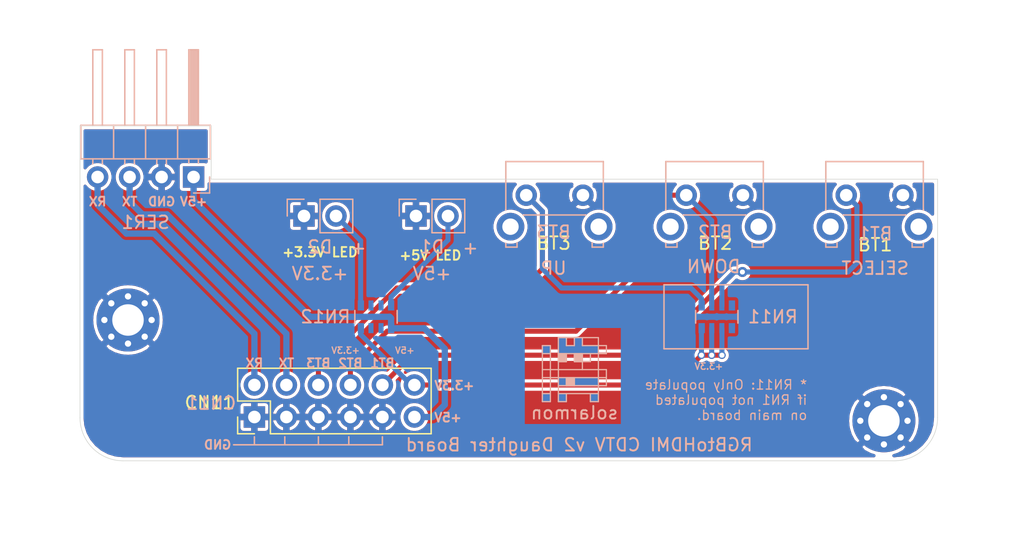
<source format=kicad_pcb>
(kicad_pcb (version 20211014) (generator pcbnew)
  (title_block (title "RGBtoHDMI CDTV Video Slot - Face Plate") (date "2021-10-22") (rev "1"))
  (layers (0 "F.Cu" signal) (31 "B.Cu" signal) (34 "B.Paste" user) (35 "F.Paste" user) (36 "B.SilkS" user "B.Silkscreen") (37 "F.SilkS" user "F.Silkscreen") (38 "B.Mask" user) (39 "F.Mask" user) (44 "Edge.Cuts" user))
  (net 0 "")
  (net 1 "GND")
  (net 2 "+3V3")
  (net 3 "+5V")
  (net 4 "GPIO15")
  (net 5 "GPIO14")
  (net 6 "GPIO19")
  (net 7 "GPIO26")
  (net 8 "GPIO16")
  (net 9 "Net-(D1-Pad2)")
  (net 10 "Net-(D2-Pad2)")
  (net 11 "Net-(RN11-Pad5)")
  (net 12 "Net-(RN11-Pad4)")
  (net 13 "Net-(RN12-Pad6)")
  (net 14 "Net-(RN12-Pad7)")
  (net 15 "Net-(RN12-Pad3)")
  (net 16 "Net-(RN12-Pad2)")
  (footprint "MountingHole:MountingHole_2.5mm_Pad_Via" (layer "F.Cu") (at 80 75)
    (fp_text reference "H1" hide)
    (fp_text value "MountingHole_Pad")
    (pad "1" thru_hole circle locked (at -1.875 0) (size 0.8 0.8) (drill 0.5) (layers *.Cu *.Mask) (net 1 "GND"))
    (pad "1" thru_hole circle locked (at 0 -1.875) (size 0.8 0.8) (drill 0.5) (layers *.Cu *.Mask) (net 1 "GND"))
    (pad "1" thru_hole circle locked (at 1.875 0) (size 0.8 0.8) (drill 0.5) (layers *.Cu *.Mask) (net 1 "GND"))
    (pad "1" thru_hole circle locked (at -1.325825 1.325825) (size 0.8 0.8) (drill 0.5) (layers *.Cu *.Mask) (net 1 "GND"))
    (pad "1" thru_hole circle locked (at 0 1.875) (size 0.8 0.8) (drill 0.5) (layers *.Cu *.Mask) (net 1 "GND"))
    (pad "1" thru_hole circle locked (at 1.325825 -1.325825) (size 0.8 0.8) (drill 0.5) (layers *.Cu *.Mask) (net 1 "GND"))
    (pad "1" thru_hole circle locked (at -1.325825 -1.325825) (size 0.8 0.8) (drill 0.5) (layers *.Cu *.Mask) (net 1 "GND"))
    (pad "1" thru_hole circle locked (at 0 0) (size 5 5) (drill 2.5) (layers *.Cu *.Mask) (net 1 "GND"))
    (pad "1" thru_hole circle locked (at 1.325825 1.325825) (size 0.8 0.8) (drill 0.5) (layers *.Cu *.Mask) (net 1 "GND"))
  )
  (footprint "MountingHole:MountingHole_2.5mm_Pad_Via" (layer "F.Cu") (at 140 83)
    (fp_text reference "H2" hide)
    (fp_text value "MountingHole_Pad")
    (pad "1" thru_hole circle locked (at 0 0) (size 5 5) (drill 2.5) (layers *.Cu *.Mask) (net 1 "GND"))
    (pad "1" thru_hole circle locked (at -1.875 0) (size 0.8 0.8) (drill 0.5) (layers *.Cu *.Mask) (net 1 "GND"))
    (pad "1" thru_hole circle locked (at 1.875 0) (size 0.8 0.8) (drill 0.5) (layers *.Cu *.Mask) (net 1 "GND"))
    (pad "1" thru_hole circle locked (at -1.325825 1.325825) (size 0.8 0.8) (drill 0.5) (layers *.Cu *.Mask) (net 1 "GND"))
    (pad "1" thru_hole circle locked (at 0 -1.875) (size 0.8 0.8) (drill 0.5) (layers *.Cu *.Mask) (net 1 "GND"))
    (pad "1" thru_hole circle locked (at -1.325825 -1.325825) (size 0.8 0.8) (drill 0.5) (layers *.Cu *.Mask) (net 1 "GND"))
    (pad "1" thru_hole circle locked (at 0 1.875) (size 0.8 0.8) (drill 0.5) (layers *.Cu *.Mask) (net 1 "GND"))
    (pad "1" thru_hole circle locked (at 1.325825 1.325825) (size 0.8 0.8) (drill 0.5) (layers *.Cu *.Mask) (net 1 "GND"))
    (pad "1" thru_hole circle locked (at 1.325825 -1.325825) (size 0.8 0.8) (drill 0.5) (layers *.Cu *.Mask) (net 1 "GND"))
  )
  (footprint "Connector_PinHeader_2.54mm:PinHeader_2x06_P2.54mm_Vertical" (layer "F.Cu") (at 90.033 82.7 90)
    (fp_text reference "CN11" (at 1.143 -3.556 180) (layer "F.SilkS"))
    (fp_text value "Conn_02x06_Odd_Even")
    (fp_line (start -1.33 14.03) (end 3.87 14.03) (layer "F.SilkS") (width 0.12))
    (fp_line (start 1.27 -1.33) (end 3.87 -1.33) (layer "F.SilkS") (width 0.12))
    (fp_line (start -1.33 1.27) (end 1.27 1.27) (layer "F.SilkS") (width 0.12))
    (fp_line (start -1.33 0) (end -1.33 -1.33) (layer "F.SilkS") (width 0.12))
    (fp_line (start 1.27 1.27) (end 1.27 -1.33) (layer "F.SilkS") (width 0.12))
    (fp_line (start -1.33 -1.33) (end 0 -1.33) (layer "F.SilkS") (width 0.12))
    (fp_line (start 3.87 -1.33) (end 3.87 14.03) (layer "F.SilkS") (width 0.12))
    (fp_line (start -1.33 1.27) (end -1.33 14.03) (layer "F.SilkS") (width 0.12))
    (pad "1" thru_hole rect locked (at 0 0 90) (size 1.7 1.7) (drill 1) (layers *.Cu *.Mask) (net 1 "GND"))
    (pad "2" thru_hole oval locked (at 2.54 0 90) (size 1.7 1.7) (drill 1) (layers *.Cu *.Mask) (net 4 "GPIO15"))
    (pad "3" thru_hole oval locked (at 0 2.54 90) (size 1.7 1.7) (drill 1) (layers *.Cu *.Mask) (net 1 "GND"))
    (pad "4" thru_hole oval locked (at 2.54 2.54 90) (size 1.7 1.7) (drill 1) (layers *.Cu *.Mask) (net 5 "GPIO14"))
    (pad "5" thru_hole oval locked (at 0 5.08 90) (size 1.7 1.7) (drill 1) (layers *.Cu *.Mask) (net 1 "GND"))
    (pad "6" thru_hole oval locked (at 2.54 5.08 90) (size 1.7 1.7) (drill 1) (layers *.Cu *.Mask) (net 6 "GPIO19"))
    (pad "7" thru_hole oval locked (at 0 7.62 90) (size 1.7 1.7) (drill 1) (layers *.Cu *.Mask) (net 1 "GND"))
    (pad "8" thru_hole oval locked (at 2.54 7.62 90) (size 1.7 1.7) (drill 1) (layers *.Cu *.Mask) (net 7 "GPIO26"))
    (pad "9" thru_hole oval locked (at 0 10.16 90) (size 1.7 1.7) (drill 1) (layers *.Cu *.Mask) (net 1 "GND"))
    (pad "10" thru_hole oval locked (at 2.54 10.16 90) (size 1.7 1.7) (drill 1) (layers *.Cu *.Mask) (net 8 "GPIO16"))
    (pad "11" thru_hole oval locked (at 0 12.7 90) (size 1.7 1.7) (drill 1) (layers *.Cu *.Mask) (net 3 "+5V"))
    (pad "12" thru_hole oval locked (at 2.54 12.7 90) (size 1.7 1.7) (drill 1) (layers *.Cu *.Mask) (net 2 "+3V3"))
  )
  (footprint "solarmon_library:solarmon-logo-25mils" (layer "B.Cu") (at 115.433 79.572 180)
    (fp_text reference "solarmon1")
    (fp_text value "solarmon_logo")
    (fp_poly (pts (xy -1.27 -0.635) (xy -1.905 -0.635) (xy -1.905 0) (xy -1.27 0)) (layer "B.Cu") (width 0.1) (fill solid))
    (fp_poly (pts (xy 2.54 -1.905) (xy 1.905 -1.905) (xy 1.905 -1.27) (xy 2.54 -1.27)) (layer "B.Cu") (width 0.1) (fill solid))
    (fp_poly (pts (xy -0.635 1.905) (xy -1.27 1.905) (xy -1.27 2.54) (xy -0.635 2.54)) (layer "B.Cu") (width 0.1) (fill solid))
    (fp_poly (pts (xy 0 -0.635) (xy -0.635 -0.635) (xy -0.635 0) (xy 0 0)) (layer "B.Cu") (width 0.1) (fill solid))
    (fp_poly (pts (xy 1.27 2.54) (xy 0.635 2.54) (xy 0.635 3.175) (xy 1.27 3.175)) (layer "B.Cu") (width 0.1) (fill solid))
    (fp_poly (pts (xy 0 2.54) (xy -0.635 2.54) (xy -0.635 3.175) (xy 0 3.175)) (layer "B.Cu") (width 0.1) (fill solid))
    (fp_poly (pts (xy 1.27 -1.905) (xy 0.635 -1.905) (xy 0.635 -1.27) (xy 1.27 -1.27)) (layer "B.Cu") (width 0.1) (fill solid))
    (fp_poly (pts (xy 0.635 1.905) (xy 0 1.905) (xy 0 2.54) (xy 0.635 2.54)) (layer "B.Cu") (width 0.1) (fill solid))
    (fp_poly (pts (xy 1.27 -0.635) (xy 0.635 -0.635) (xy 0.635 0) (xy 1.27 0)) (layer "B.Cu") (width 0.1) (fill solid))
    (fp_poly (pts (xy 2.54 1.905) (xy 1.905 1.905) (xy 1.905 2.54) (xy 2.54 2.54)) (layer "B.Cu") (width 0.1) (fill solid))
    (fp_poly (pts (xy -1.27 -1.905) (xy -1.905 -1.905) (xy -1.905 -1.27) (xy -1.27 -1.27)) (layer "B.Cu") (width 0.1) (fill solid))
    (fp_poly (pts (xy 1.27 1.905) (xy 0.635 1.905) (xy 0.635 2.54) (xy 1.27 2.54)) (layer "B.Cu") (width 0.1) (fill solid))
    (fp_poly (pts (xy -1.27 1.905) (xy -1.905 1.905) (xy -1.905 2.54) (xy -1.27 2.54)) (layer "B.Cu") (width 0.1) (fill solid))
    (fp_poly (pts (xy -0.635 -0.635) (xy -1.27 -0.635) (xy -1.27 0) (xy -0.635 0)) (layer "B.Cu") (width 0.1) (fill solid))
    (fp_poly (pts (xy 0 1.905) (xy -0.635 1.905) (xy -0.635 2.54) (xy 0 2.54)) (layer "B.Cu") (width 0.1) (fill solid))
    (fp_line (start 2.54 2.54) (end 2.54 -1.905) (layer "B.SilkS") (width 0.1))
    (fp_line (start 1.905 -1.27) (end 2.54 -1.27) (layer "B.SilkS") (width 0.1))
    (fp_line (start 0.635 1.905) (end 0.635 1.27) (layer "B.SilkS") (width 0.1))
    (fp_line (start 0.635 0) (end 0.635 -0.635) (layer "B.SilkS") (width 0.1))
    (fp_line (start -2.54 2.54) (end -0.635 2.54) (layer "B.SilkS") (width 0.1))
    (fp_line (start 0 3.175) (end 0 2.54) (layer "B.SilkS") (width 0.1))
    (fp_line (start -0.635 1.905) (end -0.635 0.635) (layer "B.SilkS") (width 0.1))
    (fp_line (start -2.54 -0.635) (end 1.27 -0.635) (layer "B.SilkS") (width 0.1))
    (fp_line (start -2.54 1.905) (end -2.54 2.54) (layer "B.SilkS") (width 0.1))
    (fp_line (start -2.54 0.635) (end 2.54 0.635) (layer "B.SilkS") (width 0.1))
    (fp_line (start 0.635 3.175) (end 0.635 2.54) (layer "B.SilkS") (width 0.1))
    (fp_line (start -1.27 1.905) (end -1.27 1.27) (layer "B.SilkS") (width 0.1))
    (fp_line (start 0 1.905) (end 0 1.27) (layer "B.SilkS") (width 0.1))
    (fp_line (start 0.635 -1.27) (end 0.635 -1.905) (layer "B.SilkS") (width 0.1))
    (fp_line (start 0.635 1.27) (end 1.27 1.27) (layer "B.SilkS") (width 0.1))
    (fp_line (start 1.905 2.54) (end 2.54 2.54) (layer "B.SilkS") (width 0.1))
    (fp_line (start 1.905 1.905) (end 2.54 1.905) (layer "B.SilkS") (width 0.1))
    (fp_line (start -0.635 3.175) (end -0.635 2.54) (layer "B.SilkS") (width 0.1))
    (fp_line (start -1.27 -1.27) (end -1.27 -1.905) (layer "B.SilkS") (width 0.1))
    (fp_line (start 0 0) (end 0 -0.635) (layer "B.SilkS") (width 0.1))
    (fp_line (start -1.905 3.175) (end 1.27 3.175) (layer "B.SilkS") (width 0.1))
    (fp_line (start -2.54 -0.635) (end -2.54 0.635) (layer "B.SilkS") (width 0.1))
    (fp_line (start 0.635 -1.905) (end 1.27 -1.905) (layer "B.SilkS") (width 0.1))
    (fp_line (start -1.905 3.175) (end -1.905 -1.905) (layer "B.SilkS") (width 0.1))
    (fp_line (start -1.905 -1.27) (end 1.27 -1.27) (layer "B.SilkS") (width 0.1))
    (fp_line (start 1.905 -1.905) (end 2.54 -1.905) (layer "B.SilkS") (width 0.1))
    (fp_line (start -1.905 -1.905) (end -1.27 -1.905) (layer "B.SilkS") (width 0.1))
    (fp_line (start 0 2.54) (end 0.635 2.54) (layer "B.SilkS") (width 0.1))
    (fp_line (start 1.905 2.54) (end 1.905 -1.905) (layer "B.SilkS") (width 0.1))
    (fp_line (start 1.27 3.175) (end 1.27 -1.905) (layer "B.SilkS") (width 0.1))
    (fp_line (start -1.27 1.27) (end 0 1.27) (layer "B.SilkS") (width 0.1))
    (fp_line (start 1.27 1.905) (end -2.54 1.905) (layer "B.SilkS") (width 0.1))
    (fp_line (start -2.54 0) (end 2.54 0) (layer "B.SilkS") (width 0.1))
    (fp_poly (pts (xy 0.635 -0.635) (xy 0 -0.635) (xy 0 0) (xy 0.635 0)) (layer "B.SilkS") (width 0.1) (fill solid))
    (fp_poly (pts (xy 0 1.27) (xy -0.635 1.27) (xy -0.635 1.905) (xy 0 1.905)) (layer "B.SilkS") (width 0.1) (fill solid))
    (fp_poly (pts (xy 1.27 1.27) (xy 0.635 1.27) (xy 0.635 1.905) (xy 1.27 1.905)) (layer "B.SilkS") (width 0.1) (fill solid))
  )
  (footprint "Button_Switch_THT:SW_Tactile_SKHH_Angled" (layer "B.Cu") (at 116.11 65.094 180)
    (fp_text reference "BT3" (at 2.328 -2.9402) (layer "B.SilkS") (effects (justify mirror)))
    (fp_text value "SW_Push")
    (fp_line (start 6.12 -4.12) (end 5.23 -4.12) (layer "B.SilkS") (width 0.12))
    (fp_line (start 6.12 -1.18) (end 6.12 2.67) (layer "B.SilkS") (width 0.12))
    (fp_line (start 6.12 -3.82) (end 6.12 -4.12) (layer "B.SilkS") (width 0.12))
    (fp_line (start -0.24 -1.57) (end 4.74 -1.57) (layer "B.SilkS") (width 0.12))
    (fp_line (start -1.62 2.67) (end -1.62 -1.18) (layer "B.SilkS") (width 0.12))
    (fp_line (start -0.73 -4.12) (end -0.73 -3.77) (layer "B.SilkS") (width 0.12))
    (fp_line (start 6.12 2.67) (end -1.62 2.67) (layer "B.SilkS") (width 0.12))
    (fp_line (start -0.73 -4.12) (end -1.62 -4.12) (layer "B.SilkS") (width 0.12))
    (fp_line (start 5.23 -4.12) (end 5.23 -3.77) (layer "B.SilkS") (width 0.12))
    (fp_line (start -1.62 -3.82) (end -1.62 -4.12) (layer "B.SilkS") (width 0.12))
    (pad "" thru_hole circle locked (at 5.75 -2.5) (size 2.2 2.2) (drill 1.3) (layers *.Cu *.Mask))
    (pad "" thru_hole circle locked (at -1.25 -2.5) (size 2.2 2.2) (drill 1.3) (layers *.Cu *.Mask))
    (pad "1" thru_hole circle locked (at 0 0) (size 1.7 1.7) (drill 1) (layers *.Cu *.Mask) (net 1 "GND"))
    (pad "2" thru_hole circle locked (at 4.5 0) (size 1.7 1.7) (drill 1) (layers *.Cu *.Mask) (net 6 "GPIO19"))
  )
  (footprint "Button_Switch_THT:SW_Tactile_SKHH_Angled" (layer "B.Cu") (at 128.81 65.094 180)
    (fp_text reference "BT2" (at 2.201 -2.9402) (layer "B.SilkS") (effects (justify mirror)))
    (fp_text value "SW_Push")
    (fp_line (start 6.12 -4.12) (end 5.23 -4.12) (layer "B.SilkS") (width 0.12))
    (fp_line (start -0.73 -4.12) (end -0.73 -3.77) (layer "B.SilkS") (width 0.12))
    (fp_line (start -0.24 -1.57) (end 4.74 -1.57) (layer "B.SilkS") (width 0.12))
    (fp_line (start 6.12 2.67) (end -1.62 2.67) (layer "B.SilkS") (width 0.12))
    (fp_line (start -1.62 -3.82) (end -1.62 -4.12) (layer "B.SilkS") (width 0.12))
    (fp_line (start -1.62 2.67) (end -1.62 -1.18) (layer "B.SilkS") (width 0.12))
    (fp_line (start 6.12 -1.18) (end 6.12 2.67) (layer "B.SilkS") (width 0.12))
    (fp_line (start 6.12 -3.82) (end 6.12 -4.12) (layer "B.SilkS") (width 0.12))
    (fp_line (start 5.23 -4.12) (end 5.23 -3.77) (layer "B.SilkS") (width 0.12))
    (fp_line (start -0.73 -4.12) (end -1.62 -4.12) (layer "B.SilkS") (width 0.12))
    (pad "" thru_hole circle locked (at -1.25 -2.5) (size 2.2 2.2) (drill 1.3) (layers *.Cu *.Mask))
    (pad "" thru_hole circle locked (at 5.75 -2.5) (size 2.2 2.2) (drill 1.3) (layers *.Cu *.Mask))
    (pad "1" thru_hole circle locked (at 0 0) (size 1.7 1.7) (drill 1) (layers *.Cu *.Mask) (net 1 "GND"))
    (pad "2" thru_hole circle locked (at 4.5 0) (size 1.7 1.7) (drill 1) (layers *.Cu *.Mask) (net 7 "GPIO26"))
  )
  (footprint "Button_Switch_THT:SW_Tactile_SKHH_Angled" (layer "B.Cu") (at 141.51 65.094 180)
    (fp_text reference "BT1" (at 2.201 -3.0672) (layer "B.SilkS") (effects (justify mirror)))
    (fp_text value "SW_Push")
    (fp_line (start -0.73 -4.12) (end -0.73 -3.77) (layer "B.SilkS") (width 0.12))
    (fp_line (start -1.62 -3.82) (end -1.62 -4.12) (layer "B.SilkS") (width 0.12))
    (fp_line (start 6.12 2.67) (end -1.62 2.67) (layer "B.SilkS") (width 0.12))
    (fp_line (start -0.24 -1.57) (end 4.74 -1.57) (layer "B.SilkS") (width 0.12))
    (fp_line (start 6.12 -4.12) (end 5.23 -4.12) (layer "B.SilkS") (width 0.12))
    (fp_line (start 6.12 -1.18) (end 6.12 2.67) (layer "B.SilkS") (width 0.12))
    (fp_line (start 5.23 -4.12) (end 5.23 -3.77) (layer "B.SilkS") (width 0.12))
    (fp_line (start 6.12 -3.82) (end 6.12 -4.12) (layer "B.SilkS") (width 0.12))
    (fp_line (start -0.73 -4.12) (end -1.62 -4.12) (layer "B.SilkS") (width 0.12))
    (fp_line (start -1.62 2.67) (end -1.62 -1.18) (layer "B.SilkS") (width 0.12))
    (pad "" thru_hole circle locked (at -1.25 -2.5) (size 2.2 2.2) (drill 1.3) (layers *.Cu *.Mask))
    (pad "" thru_hole circle locked (at 5.75 -2.5) (size 2.2 2.2) (drill 1.3) (layers *.Cu *.Mask))
    (pad "1" thru_hole circle locked (at 0 0) (size 1.7 1.7) (drill 1) (layers *.Cu *.Mask) (net 1 "GND"))
    (pad "2" thru_hole circle locked (at 4.5 0) (size 1.7 1.7) (drill 1) (layers *.Cu *.Mask) (net 8 "GPIO16"))
  )
  (footprint "Connector_PinHeader_2.54mm:PinHeader_1x04_P2.54mm_Horizontal" (layer "B.Cu") (at 85.207 63.65 90)
    (fp_text reference "SER1" (at -3.603 -3.81) (layer "B.SilkS") (effects (justify mirror)))
    (fp_text value "Conn_01x04")
    (fp_line (start 1.44 1.33) (end 1.44 -8.95) (layer "B.SilkS") (width 0.12))
    (fp_line (start 1.042929 -5.46) (end 1.44 -5.46) (layer "B.SilkS") (width 0.12))
    (fp_line (start 4.1 0.32) (end 10.1 0.32) (layer "B.SilkS") (width 0.12))
    (fp_line (start 1.042929 -2.16) (end 1.44 -2.16) (layer "B.SilkS") (width 0.12))
    (fp_line (start 1.44 -1.27) (end 4.1 -1.27) (layer "B.SilkS") (width 0.12))
    (fp_line (start 4.1 -0.28) (end 10.1 -0.28) (layer "B.SilkS") (width 0.12))
    (fp_line (start 4.1 -7.24) (end 10.1 -7.24) (layer "B.SilkS") (width 0.12))
    (fp_line (start 4.1 1.33) (end 1.44 1.33) (layer "B.SilkS") (width 0.12))
    (fp_line (start 4.1 0.2) (end 10.1 0.2) (layer "B.SilkS") (width 0.12))
    (fp_line (start 1.44 -8.95) (end 4.1 -8.95) (layer "B.SilkS") (width 0.12))
    (fp_line (start 10.1 -5.46) (end 4.1 -5.46) (layer "B.SilkS") (width 0.12))
    (fp_line (start 4.1 0.38) (end 10.1 0.38) (layer "B.SilkS") (width 0.12))
    (fp_line (start 10.1 0.38) (end 10.1 -0.38) (layer "B.SilkS") (width 0.12))
    (fp_line (start 1.042929 -2.92) (end 1.44 -2.92) (layer "B.SilkS") (width 0.12))
    (fp_line (start 4.1 -2.16) (end 10.1 -2.16) (layer "B.SilkS") (width 0.12))
    (fp_line (start 4.1 -0.16) (end 10.1 -0.16) (layer "B.SilkS") (width 0.12))
    (fp_line (start 10.1 -8) (end 4.1 -8) (layer "B.SilkS") (width 0.12))
    (fp_line (start 1.44 -3.81) (end 4.1 -3.81) (layer "B.SilkS") (width 0.12))
    (fp_line (start 1.11 -0.38) (end 1.44 -0.38) (layer "B.SilkS") (width 0.12))
    (fp_line (start 4.1 0.08) (end 10.1 0.08) (layer "B.SilkS") (width 0.12))
    (fp_line (start 4.1 -8.95) (end 4.1 1.33) (layer "B.SilkS") (width 0.12))
    (fp_line (start 10.1 -7.24) (end 10.1 -8) (layer "B.SilkS") (width 0.12))
    (fp_line (start 10.1 -4.7) (end 10.1 -5.46) (layer "B.SilkS") (width 0.12))
    (fp_line (start 1.44 -6.35) (end 4.1 -6.35) (layer "B.SilkS") (width 0.12))
    (fp_line (start 1.11 0.38) (end 1.44 0.38) (layer "B.SilkS") (width 0.12))
    (fp_line (start 10.1 -0.38) (end 4.1 -0.38) (layer "B.SilkS") (width 0.12))
    (fp_line (start -1.27 0) (end -1.27 1.27) (layer "B.SilkS") (width 0.12))
    (fp_line (start 10.1 -2.92) (end 4.1 -2.92) (layer "B.SilkS") (width 0.12))
    (fp_line (start 1.042929 -7.24) (end 1.44 -7.24) (layer "B.SilkS") (width 0.12))
    (fp_line (start 10.1 -2.16) (end 10.1 -2.92) (layer "B.SilkS") (width 0.12))
    (fp_line (start 1.042929 -8) (end 1.44 -8) (layer "B.SilkS") (width 0.12))
    (fp_line (start -1.27 1.27) (end 0 1.27) (layer "B.SilkS") (width 0.12))
    (fp_line (start 1.042929 -4.7) (end 1.44 -4.7) (layer "B.SilkS") (width 0.12))
    (fp_line (start 4.1 -0.04) (end 10.1 -0.04) (layer "B.SilkS") (width 0.12))
    (fp_line (start 4.1 -4.7) (end 10.1 -4.7) (layer "B.SilkS") (width 0.12))
    (pad "1" thru_hole rect locked (at 0 0 90) (size 1.7 1.7) (drill 1) (layers *.Cu *.Mask) (net 3 "+5V"))
    (pad "2" thru_hole oval locked (at 0 -2.54 90) (size 1.7 1.7) (drill 1) (layers *.Cu *.Mask) (net 1 "GND"))
    (pad "3" thru_hole oval locked (at 0 -5.08 90) (size 1.7 1.7) (drill 1) (layers *.Cu *.Mask) (net 5 "GPIO14"))
    (pad "4" thru_hole oval locked (at 0 -7.62 90) (size 1.7 1.7) (drill 1) (layers *.Cu *.Mask) (net 4 "GPIO15"))
  )
  (footprint "Connector_PinHeader_2.54mm:PinHeader_1x02_P2.54mm_Vertical" (layer "B.Cu") (at 102.86 66.745 -90)
    (fp_text reference "D1" (at 2.46 -1.27 180) (layer "B.SilkS") (effects (justify mirror)))
    (fp_text value "LED")
    (fp_line (start 1.33 -1.27) (end 1.33 -3.87) (layer "B.SilkS") (width 0.12))
    (fp_line (start -1.33 -1.27) (end 1.33 -1.27) (layer "B.SilkS") (width 0.12))
    (fp_line (start -1.33 -1.27) (end -1.33 -3.87) (layer "B.SilkS") (width 0.12))
    (fp_line (start -1.33 -3.87) (end 1.33 -3.87) (layer "B.SilkS") (width 0.12))
    (fp_line (start -1.33 0) (end -1.33 1.33) (layer "B.SilkS") (width 0.12))
    (fp_line (start -1.33 1.33) (end 0 1.33) (layer "B.SilkS") (width 0.12))
    (pad "1" thru_hole rect locked (at 0 0 270) (size 1.7 1.7) (drill 1) (layers *.Cu *.Mask) (net 1 "GND"))
    (pad "2" thru_hole oval locked (at 0 -2.54 270) (size 1.7 1.7) (drill 1) (layers *.Cu *.Mask) (net 9 "Net-(D1-Pad2)"))
  )
  (footprint "Connector_PinHeader_2.54mm:PinHeader_1x02_P2.54mm_Vertical" (layer "B.Cu") (at 93.97 66.745 -90)
    (fp_text reference "D2" (at 2.46 -1.27) (layer "B.SilkS") (effects (justify mirror)))
    (fp_text value "LED")
    (fp_line (start -1.33 -3.87) (end 1.33 -3.87) (layer "B.SilkS") (width 0.12))
    (fp_line (start -1.33 -1.27) (end 1.33 -1.27) (layer "B.SilkS") (width 0.12))
    (fp_line (start 1.33 -1.27) (end 1.33 -3.87) (layer "B.SilkS") (width 0.12))
    (fp_line (start -1.33 0) (end -1.33 1.33) (layer "B.SilkS") (width 0.12))
    (fp_line (start -1.33 1.33) (end 0 1.33) (layer "B.SilkS") (width 0.12))
    (fp_line (start -1.33 -1.27) (end -1.33 -3.87) (layer "B.SilkS") (width 0.12))
    (pad "1" thru_hole rect locked (at 0 0 270) (size 1.7 1.7) (drill 1) (layers *.Cu *.Mask) (net 1 "GND"))
    (pad "2" thru_hole oval locked (at 0 -2.54 270) (size 1.7 1.7) (drill 1) (layers *.Cu *.Mask) (net 10 "Net-(D2-Pad2)"))
  )
  (footprint "Resistor_SMD:R_Array_Convex_4x0603" (layer "B.Cu") (at 99.685 74.746 90)
    (fp_text reference "RN12" (at 0 -4.0132) (layer "B.SilkS") (effects (justify mirror)))
    (fp_text value "4K7")
    (fp_line (start 0.5 1.68) (end -0.5 1.68) (layer "B.SilkS") (width 0.12))
    (fp_line (start 0.5 -1.68) (end -0.5 -1.68) (layer "B.SilkS") (width 0.12))
    (pad "1" smd rect locked (at -0.9 1.2 90) (size 0.8 0.5) (layers "B.Cu" "B.Paste" "B.Mask") (net 3 "+5V"))
    (pad "2" smd rect locked (at -0.9 0.4 90) (size 0.8 0.4) (layers "B.Cu" "B.Paste" "B.Mask") (net 16 "Net-(RN12-Pad2)"))
    (pad "3" smd rect locked (at -0.9 -0.4 90) (size 0.8 0.4) (layers "B.Cu" "B.Paste" "B.Mask") (net 15 "Net-(RN12-Pad3)"))
    (pad "4" smd rect locked (at -0.9 -1.2 90) (size 0.8 0.5) (layers "B.Cu" "B.Paste" "B.Mask") (net 2 "+3V3"))
    (pad "5" smd rect locked (at 0.9 -1.2 90) (size 0.8 0.5) (layers "B.Cu" "B.Paste" "B.Mask") (net 10 "Net-(D2-Pad2)"))
    (pad "6" smd rect locked (at 0.9 -0.4 90) (size 0.8 0.4) (layers "B.Cu" "B.Paste" "B.Mask") (net 13 "Net-(RN12-Pad6)"))
    (pad "7" smd rect locked (at 0.9 0.4 90) (size 0.8 0.4) (layers "B.Cu" "B.Paste" "B.Mask") (net 14 "Net-(RN12-Pad7)"))
    (pad "8" smd rect locked (at 0.9 1.2 90) (size 0.8 0.5) (layers "B.Cu" "B.Paste" "B.Mask") (net 9 "Net-(D1-Pad2)"))
  )
  (footprint "Resistor_SMD:R_Array_Convex_4x0603" (layer "B.Cu") (at 126.736 74.746 -90)
    (fp_text reference "RN11" (at 0 -4.445) (layer "B.SilkS") (effects (justify mirror)))
    (fp_text value "4K7")
    (fp_line (start 0.5 1.68) (end -0.5 1.68) (layer "B.SilkS") (width 0.12))
    (fp_line (start 0.5 -1.68) (end -0.5 -1.68) (layer "B.SilkS") (width 0.12))
    (pad "1" smd rect locked (at -0.9 1.2 270) (size 0.8 0.5) (layers "B.Cu" "B.Paste" "B.Mask") (net 6 "GPIO19"))
    (pad "2" smd rect locked (at -0.9 0.4 270) (size 0.8 0.4) (layers "B.Cu" "B.Paste" "B.Mask") (net 7 "GPIO26"))
    (pad "3" smd rect locked (at -0.9 -0.4 270) (size 0.8 0.4) (layers "B.Cu" "B.Paste" "B.Mask") (net 8 "GPIO16"))
    (pad "4" smd rect locked (at -0.9 -1.2 270) (size 0.8 0.5) (layers "B.Cu" "B.Paste" "B.Mask") (net 12 "Net-(RN11-Pad4)"))
    (pad "5" smd rect locked (at 0.9 -1.2 270) (size 0.8 0.5) (layers "B.Cu" "B.Paste" "B.Mask") (net 11 "Net-(RN11-Pad5)"))
    (pad "6" smd rect locked (at 0.9 -0.4 270) (size 0.8 0.4) (layers "B.Cu" "B.Paste" "B.Mask") (net 2 "+3V3"))
    (pad "7" smd rect locked (at 0.9 0.4 270) (size 0.8 0.4) (layers "B.Cu" "B.Paste" "B.Mask") (net 2 "+3V3"))
    (pad "8" smd rect locked (at 0.9 1.2 270) (size 0.8 0.5) (layers "B.Cu" "B.Paste" "B.Mask") (net 2 "+3V3"))
  )
  (gr_line (start 122.545 77.286) (end 122.545 72.206) (layer "B.SilkS") (width 0.12))
  (gr_line (start 90.033 84.906) (end 90.033 84.271) (layer "B.SilkS") (width 0.12))
  (gr_line (start 95.113 84.906) (end 95.113 84.271) (layer "B.SilkS") (width 0.12))
  (gr_line (start 100.193 84.906) (end 100.193 84.271) (layer "B.SilkS") (width 0.12))
  (gr_line (start 97.526 84.906) (end 97.526 84.271) (layer "B.SilkS") (width 0.12))
  (gr_line (start 122.545 72.206) (end 133.975 72.206) (layer "B.SilkS") (width 0.12))
  (gr_line (start 92.446 84.906) (end 92.446 84.271) (layer "B.SilkS") (width 0.12))
  (gr_line (start 88.382 84.906) (end 100.193 84.906) (layer "B.SilkS") (width 0.12))
  (gr_line (start 133.975 77.286) (end 122.545 77.286) (layer "B.SilkS") (width 0.12))
  (gr_line (start 133.975 72.206) (end 133.975 77.286) (layer "B.SilkS") (width 0.12))
  (gr_line (start 76.19 82.747) (end 76.19 59.586) (layer "Edge.Cuts") (width 0.05))
  (gr_arc (start 79.619 86.176) (mid 77.194331 85.171669) (end 76.19 82.747) (layer "Edge.Cuts") (width 0.05))
  (gr_line (start 86.604 63.824) (end 144.262 63.824) (layer "Edge.Cuts") (width 0.05))
  (gr_line (start 76.19 59.586) (end 86.604 59.586) (layer "Edge.Cuts") (width 0.05))
  (gr_arc (start 144.262 82.747) (mid 143.257669 85.171669) (end 140.833 86.176) (layer "Edge.Cuts") (width 0.05))
  (gr_line (start 86.604 59.586) (end 86.604 63.824) (layer "Edge.Cuts") (width 0.05))
  (gr_line (start 144.262 63.824) (end 144.262 82.747) (layer "Edge.Cuts") (width 0.05))
  (gr_line (start 140.833 86.176) (end 79.619 86.176) (layer "Edge.Cuts") (width 0.05))
  (gr_text "SELECT" (at 139.309 70.889) (layer "B.SilkS") (effects (font (size 1 1)) (justify mirror)))
  (gr_text "DOWN" (at 126.482 70.762) (layer "B.SilkS") (effects (font (size 1 1)) (justify mirror)))
  (gr_text "UP" (at 113.782 70.889) (layer "B.SilkS") (effects (font (size 1 1)) (justify mirror)))
  (gr_text "RGBtoHDMI CDTV v2 Daughter Board" (at 115.814 84.906) (layer "B.SilkS") (effects (font (size 1 1)) (justify mirror)))
  (gr_text "+" (at 107.178 69.412 180) (layer "B.SilkS") (effects (font (size 1 1)) (justify mirror)))
  (gr_text "+" (at 98.288 69.412 180) (layer "B.SilkS") (effects (font (size 1 1)) (justify mirror)))
  (gr_text "+3.3V" (at 95.24 71.317) (layer "B.SilkS") (effects (font (size 1 1)) (justify mirror)))
  (gr_text "+5V" (at 104.13 71.317) (layer "B.SilkS") (effects (font (size 1 1)) (justify mirror)))
  (gr_text "+3.3V" (at 105.908 80.207) (layer "B.SilkS") (effects (font (size 0.7 0.7)) (justify mirror)))
  (gr_text "+5V" (at 105.4 82.747) (layer "B.SilkS") (effects (font (size 0.7 0.7)) (justify mirror)))
  (gr_text "GND" (at 87.112 84.906) (layer "B.SilkS") (effects (font (size 0.7 0.7)) (justify mirror)))
  (gr_text "BT1" (at 100.193 78.429) (layer "B.SilkS") (effects (font (size 0.7 0.7)) (justify mirror)))
  (gr_text "BT2" (at 97.653 78.429) (layer "B.SilkS") (effects (font (size 0.7 0.7)) (justify mirror)))
  (gr_text "BT3" (at 95.113 78.429) (layer "B.SilkS") (effects (font (size 0.7 0.7)) (justify mirror)))
  (gr_text "RX" (at 90.033 78.429) (layer "B.SilkS") (effects (font (size 0.7 0.7)) (justify mirror)))
  (gr_text "TX" (at 92.573 78.429) (layer "B.SilkS") (effects (font (size 0.7 0.7)) (justify mirror)))
  (gr_text "RX" (at 77.587 65.602) (layer "B.SilkS") (effects (font (size 0.7 0.7)) (justify mirror)))
  (gr_text "TX" (at 80.127 65.602) (layer "B.SilkS") (effects (font (size 0.7 0.7)) (justify mirror)))
  (gr_text "GND" (at 82.667 65.602) (layer "B.SilkS") (effects (font (size 0.7 0.7)) (justify mirror)))
  (gr_text "+5V" (at 85.207 65.602) (layer "B.SilkS") (effects (font (size 0.7 0.7)) (justify mirror)))
  (gr_text "* RN11: Only populate\nif RN1 not populated\non main board." (at 133.975 81.35) (layer "B.SilkS") (effects (font (size 0.75 0.75) (thickness 0.1)) (justify left mirror)))
  (gr_text "+5V" (at 101.971 77.413) (layer "B.SilkS") (effects (font (size 0.5 0.5) (thickness 0.1)) (justify mirror)))
  (gr_text "+3.3V" (at 97.272 77.413) (layer "B.SilkS") (effects (font (size 0.5 0.5) (thickness 0.1)) (justify mirror)))
  (gr_text "+3.3V" (at 126.101 78.683) (layer "B.SilkS") (effects (font (size 0.5 0.5) (thickness 0.1)) (justify mirror)))
  (gr_text "CN11" (at 86.604 81.604) (layer "B.SilkS") (effects (font (size 1 1)) (justify mirror)))
  (gr_text "solarmon" (at 115.433 82.366) (layer "B.SilkS") (effects (font (size 1 1)) (justify mirror)))
  (gr_text "+5V LED" (at 104.003 69.873) (layer "F.SilkS") (effects (font (size 0.75 0.75))))
  (gr_text "+3.3V LED" (at 95.24 69.619) (layer "F.SilkS") (effects (font (size 0.75 0.75))))
  (gr_text "BT1" (at 139.309 69.031) (layer "F.SilkS") (effects (font (size 1 1))))
  (gr_text "BT2" (at 126.609 68.904) (layer "F.SilkS") (effects (font (size 1 1))))
  (gr_text "BT3" (at 113.782 68.904) (layer "F.SilkS") (effects (font (size 1 1))))
  (segment (start 127.142406 77.794) (end 126.32959 77.794) (width 0.4) (layer "F.Cu") (net 2))
  (segment (start 123.1508 80.16) (end 125.5168 77.794) (width 0.4) (layer "F.Cu") (net 2))
  (segment (start 126.32959 77.794) (end 125.5168 77.794) (width 0.4) (layer "F.Cu") (net 2))
  (segment (start 102.733 80.16) (end 123.1508 80.16) (width 0.4) (layer "F.Cu") (net 2))
  (via (at 126.32959 77.794) (size 0.6) (drill 0.4) (layers "F.Cu" "B.Cu") (net 2))
  (via (at 125.5168 77.794) (size 0.6) (drill 0.4) (layers "F.Cu" "B.Cu") (net 2))
  (via (at 127.142406 77.794) (size 0.6) (drill 0.4) (layers "F.Cu" "B.Cu") (net 2))
  (segment (start 102.478998 80.16) (end 98.4658 76.146802) (width 0.4) (layer "B.Cu") (net 2))
  (segment (start 125.5168 75.6604) (end 125.5168 77.794) (width 0.4) (layer "B.Cu") (net 2))
  (segment (start 127.1424 75.6858) (end 127.1424 77.793994) (width 0.4) (layer "B.Cu") (net 2))
  (segment (start 98.4658 76.146802) (end 98.4658 75.6096) (width 0.4) (layer "B.Cu") (net 2))
  (segment (start 102.733 80.16) (end 102.478998 80.16) (width 0.4) (layer "B.Cu") (net 2))
  (segment (start 126.3296 77.79399) (end 126.32959 77.794) (width 0.4) (layer "B.Cu") (net 2))
  (segment (start 126.3296 75.635) (end 126.3296 77.79399) (width 0.4) (layer "B.Cu") (net 2))
  (segment (start 127.1424 77.793994) (end 127.142406 77.794) (width 0.4) (layer "B.Cu") (net 2))
  (segment (start 100.8788 74.8476) (end 100.7772 74.746) (width 0.5) (layer "B.Cu") (net 3))
  (segment (start 104.177 82.7) (end 105.146 81.731) (width 0.5) (layer "B.Cu") (net 3))
  (segment (start 94.453 74.746) (end 85.207 65.5) (width 0.5) (layer "B.Cu") (net 3))
  (segment (start 105.146 77.286) (end 103.5204 75.6604) (width 0.5) (layer "B.Cu") (net 3))
  (segment (start 85.207 65.5) (end 85.207 63.65) (width 0.5) (layer "B.Cu") (net 3))
  (segment (start 100.8788 75.5334) (end 100.8788 74.8476) (width 0.5) (layer "B.Cu") (net 3))
  (segment (start 105.146 81.731) (end 105.146 77.286) (width 0.5) (layer "B.Cu") (net 3))
  (segment (start 103.5204 75.6604) (end 100.8788 75.6604) (width 0.5) (layer "B.Cu") (net 3))
  (segment (start 100.7772 74.746) (end 94.453 74.746) (width 0.5) (layer "B.Cu") (net 3))
  (segment (start 102.733 82.7) (end 104.177 82.7) (width 0.5) (layer "B.Cu") (net 3))
  (segment (start 90.033 80.16) (end 90.033 76.096) (width 0.5) (layer "B.Cu") (net 4))
  (segment (start 90.033 76.096) (end 82.079 68.142) (width 0.5) (layer "B.Cu") (net 4))
  (segment (start 82.079 68.142) (end 79.873 68.142) (width 0.5) (layer "B.Cu") (net 4))
  (segment (start 79.873 68.142) (end 77.587 65.856) (width 0.5) (layer "B.Cu") (net 4))
  (segment (start 77.587 65.856) (end 77.587 63.65) (width 0.5) (layer "B.Cu") (net 4))
  (segment (start 83.095 66.618) (end 81.143 66.618) (width 0.5) (layer "B.Cu") (net 5))
  (segment (start 81.143 66.618) (end 80.127 65.602) (width 0.5) (layer "B.Cu") (net 5))
  (segment (start 80.127 65.602) (end 80.127 63.65) (width 0.5) (layer "B.Cu") (net 5))
  (segment (start 92.573 80.16) (end 92.573 76.096) (width 0.5) (layer "B.Cu") (net 5))
  (segment (start 92.573 76.096) (end 83.095 66.618) (width 0.5) (layer "B.Cu") (net 5))
  (segment (start 112.893 66.377) (end 111.61 65.094) (width 0.4) (layer "F.Cu") (net 6))
  (segment (start 95.113 78.683) (end 101.336 72.46) (width 0.4) (layer "F.Cu") (net 6))
  (segment (start 112.893 70.936) (end 112.893 66.377) (width 0.4) (layer "F.Cu") (net 6))
  (segment (start 111.369 72.46) (end 112.893 70.936) (width 0.4) (layer "F.Cu") (net 6))
  (segment (start 95.113 80.16) (end 95.113 78.683) (width 0.4) (layer "F.Cu") (net 6))
  (segment (start 101.336 72.46) (end 111.369 72.46) (width 0.4) (layer "F.Cu") (net 6))
  (segment (start 112.893 66.377) (end 111.61 65.094) (width 0.4) (layer "B.Cu") (net 6))
  (segment (start 112.893 70.936) (end 112.893 66.377) (width 0.4) (layer "B.Cu") (net 6))
  (segment (start 114.417 72.46) (end 112.893 70.936) (width 0.4) (layer "B.Cu") (net 6))
  (segment (start 125.5168 73.2982) (end 124.6786 72.46) (width 0.4) (layer "B.Cu") (net 6))
  (segment (start 125.5168 73.857) (end 125.5168 73.2982) (width 0.4) (layer "B.Cu") (net 6))
  (segment (start 124.6786 72.46) (end 114.417 72.46) (width 0.4) (layer "B.Cu") (net 6))
  (segment (start 97.653 80.16) (end 97.653 78.81) (width 0.4) (layer "F.Cu") (net 7))
  (segment (start 97.653 78.81) (end 100.574 75.889) (width 0.4) (layer "F.Cu") (net 7))
  (segment (start 122.799 65.094) (end 124.31 65.094) (width 0.4) (layer "F.Cu") (net 7))
  (segment (start 115.56 75.889) (end 120.132 71.317) (width 0.4) (layer "F.Cu") (net 7))
  (segment (start 120.132 67.761) (end 122.799 65.094) (width 0.4) (layer "F.Cu") (net 7))
  (segment (start 100.574 75.889) (end 115.56 75.889) (width 0.4) (layer "F.Cu") (net 7))
  (segment (start 120.132 71.317) (end 120.132 67.761) (width 0.4) (layer "F.Cu") (net 7))
  (segment (start 126.3296 73.7808) (end 126.3296 67.1136) (width 0.4) (layer "B.Cu") (net 7))
  (segment (start 126.3296 67.1136) (end 124.31 65.094) (width 0.4) (layer "B.Cu") (net 7))
  (segment (start 102.559 77.794) (end 121.529 77.794) (width 0.4) (layer "F.Cu") (net 8))
  (segment (start 128.133 71.19) (end 128.768 71.19) (width 0.4) (layer "F.Cu") (net 8))
  (segment (start 121.529 77.794) (end 128.133 71.19) (width 0.4) (layer "F.Cu") (net 8))
  (segment (start 100.193 80.16) (end 102.559 77.794) (width 0.4) (layer "F.Cu") (net 8))
  (via (at 128.768 71.19) (size 0.8) (drill 0.4) (layers "F.Cu" "B.Cu") (net 8))
  (segment (start 137.859999 65.943999) (end 137.859999 70.480001) (width 0.4) (layer "B.Cu") (net 8))
  (segment (start 137.01 65.094) (end 137.859999 65.943999) (width 0.4) (layer "B.Cu") (net 8))
  (segment (start 137.15 71.19) (end 128.768 71.19) (width 0.4) (layer "B.Cu") (net 8))
  (segment (start 137.859999 70.480001) (end 137.15 71.19) (width 0.4) (layer "B.Cu") (net 8))
  (segment (start 127.1424 72.1806) (end 128.133 71.19) (width 0.4) (layer "B.Cu") (net 8))
  (segment (start 128.133 71.19) (end 128.768 71.19) (width 0.4) (layer "B.Cu") (net 8))
  (segment (start 127.1424 73.8824) (end 127.1424 72.1806) (width 0.4) (layer "B.Cu") (net 8))
  (segment (start 105.4 68.65) (end 105.4 66.745) (width 0.4) (layer "B.Cu") (net 9))
  (segment (start 100.8788 73.1712) (end 105.4 68.65) (width 0.4) (layer "B.Cu") (net 9))
  (segment (start 100.8788 73.8316) (end 100.8788 73.1712) (width 0.4) (layer "B.Cu") (net 9))
  (segment (start 98.4658 68.7008) (end 96.51 66.745) (width 0.4) (layer "B.Cu") (net 10))
  (segment (start 98.4658 73.7808) (end 98.4658 68.7008) (width 0.4) (layer "B.Cu") (net 10))
  (zone (net 1) (net_name "GND") (layer "F.Cu") (connect_pads (clearance 0.254)) (min_thickness 0.254) (fill yes (thermal_gap 0.254) (thermal_bridge_width 0.508) (smoothing fillet) (radius 0.5))
    (polygon (pts (xy 148.575 90.5575) (xy 72.375 89.9225) (xy 72.385 52.14) (xy 148.585 52.14)))
  )
  (zone (net 1) (net_name "GND") (layer "B.Cu") (connect_pads (clearance 0.254)) (min_thickness 0.254) (fill yes (thermal_gap 0.254) (thermal_bridge_width 0.508) (smoothing fillet) (radius 0.5))
    (polygon (pts (xy 151.12 93.0975) (xy 69.84 92.4625) (xy 69.84 49.6) (xy 151.12 49.6)))
  )
  (zone (net 0) (net_name "") (layer "B.Cu") (connect_pads (clearance 0)) (min_thickness 0.254)
    (keepout (tracks not_allowed) (vias not_allowed) (pads allowed) (copperpour not_allowed) (footprints allowed))
    (fill (thermal_gap 0.508) (thermal_bridge_width 0.508))
    (polygon (pts (xy 111.496 83.255) (xy 119.116 83.255) (xy 119.116 75.635) (xy 111.496 75.635)))
  )
)
</source>
